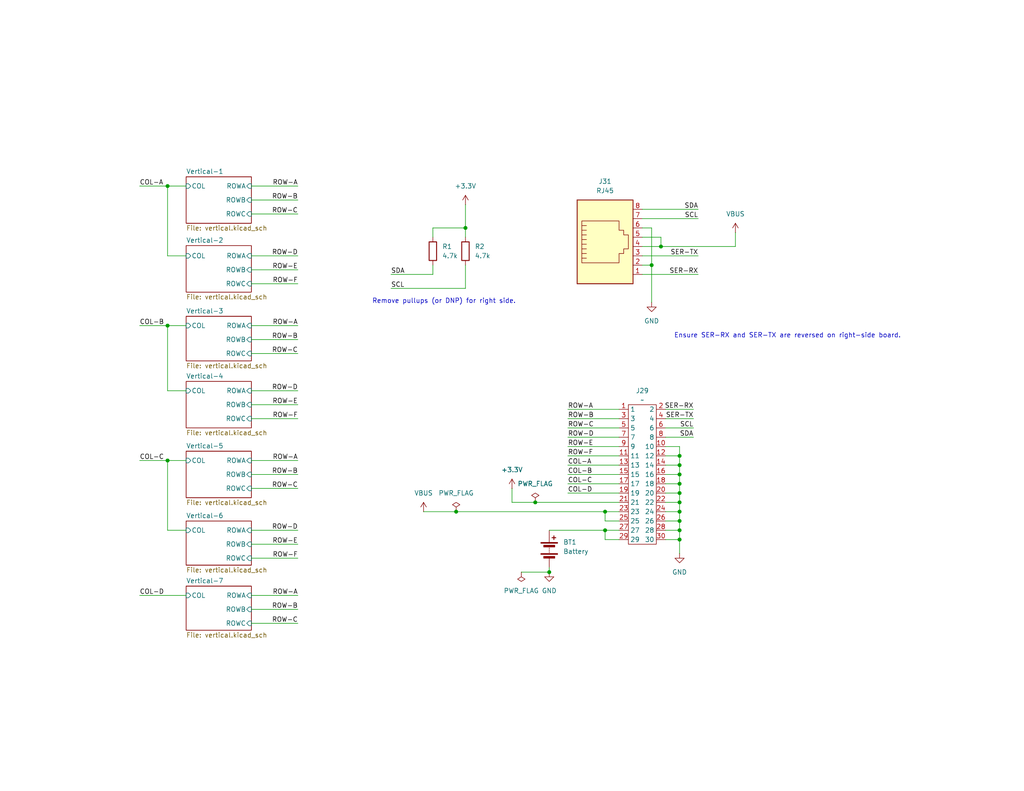
<source format=kicad_sch>
(kicad_sch (version 20231120) (generator "eeschema") (generator_version "8.0")
  (paper "A")
  (title_block (title "Jolt 3 - Left"))
  (lib_symbols
    (symbol "Connector:RJ45" (pin_names (offset 1.016))
      (property "Reference" "J" (at -5.08 13.97 0))
      (property "Value" "RJ45" (at 2.54 13.97 0))
      (symbol "RJ45_0_1"
        (polyline (pts (xy -5.08 4.445) (xy -6.35 4.445)))
        (polyline (pts (xy -5.08 5.715) (xy -6.35 5.715)))
        (polyline (pts (xy -6.35 -3.175) (xy -5.08 -3.175) (xy -5.08 -3.175)))
        (polyline (pts (xy -6.35 -1.905) (xy -5.08 -1.905) (xy -5.08 -1.905)))
        (polyline (pts (xy -6.35 -0.635) (xy -5.08 -0.635) (xy -5.08 -0.635)))
        (polyline (pts (xy -6.35 0.635) (xy -5.08 0.635) (xy -5.08 0.635)))
        (polyline (pts (xy -6.35 1.905) (xy -5.08 1.905) (xy -5.08 1.905)))
        (polyline (pts (xy -5.08 3.175) (xy -6.35 3.175) (xy -6.35 3.175)))
        (polyline (pts (xy -6.35 -4.445) (xy -6.35 6.985) (xy 3.81 6.985) (xy 3.81 4.445) (xy 5.08 4.445) (xy 5.08 3.175) (xy 6.35 3.175) (xy 6.35 -0.635) (xy 5.08 -0.635) (xy 5.08 -1.905) (xy 3.81 -1.905) (xy 3.81 -4.445) (xy -6.35 -4.445) (xy -6.35 -4.445)))
        (rectangle (start 7.62 12.7) (end -7.62 -10.16) (stroke (width 0.254)) (fill (type background)))
      )
      (symbol "RJ45_1_1"
        (pin passive line (at 10.16 -7.62 180) (length 2.54) (name "~") (number "1"))
        (pin passive line (at 10.16 -5.08 180) (length 2.54) (name "~") (number "2"))
        (pin passive line (at 10.16 -2.54 180) (length 2.54) (name "~") (number "3"))
        (pin passive line (at 10.16 0 180) (length 2.54) (name "~") (number "4"))
        (pin passive line (at 10.16 2.54 180) (length 2.54) (name "~") (number "5"))
        (pin passive line (at 10.16 5.08 180) (length 2.54) (name "~") (number "6"))
        (pin passive line (at 10.16 7.62 180) (length 2.54) (name "~") (number "7"))
        (pin passive line (at 10.16 10.16 180) (length 2.54) (name "~") (number "8"))
      )
    )
    (symbol "David Brown Keyboard Parts:Hirose_df40c-30ds"
      (property "Reference" "J" (at 0 19.05 0))
      (symbol "Hirose_df40c-30ds_0_1"
        (rectangle (start -3.81 17.78) (end 3.81 -20.32))
      )
      (symbol "Hirose_df40c-30ds_1_0"
        (pin passive line (at 6.35 6.35 180) (length 2.54) (name "10") (number "10"))
        (pin passive line (at -6.35 3.81 0) (length 2.54) (name "11") (number "11"))
        (pin passive line (at 6.35 3.81 180) (length 2.54) (name "12") (number "12"))
        (pin passive line (at -6.35 1.27 0) (length 2.54) (name "13") (number "13"))
        (pin passive line (at 6.35 1.27 180) (length 2.54) (name "14") (number "14"))
        (pin passive line (at -6.35 -1.27 0) (length 2.54) (name "15") (number "15"))
        (pin passive line (at 6.35 -1.27 180) (length 2.54) (name "16") (number "16"))
        (pin passive line (at -6.35 -3.81 0) (length 2.54) (name "17") (number "17"))
        (pin passive line (at 6.35 -3.81 180) (length 2.54) (name "18") (number "18"))
        (pin passive line (at -6.35 -6.35 0) (length 2.54) (name "19") (number "19"))
        (pin passive line (at 6.35 -6.35 180) (length 2.54) (name "20") (number "20"))
        (pin passive line (at -6.35 -8.89 0) (length 2.54) (name "21") (number "21"))
        (pin passive line (at 6.35 -8.89 180) (length 2.54) (name "22") (number "22"))
        (pin passive line (at -6.35 -11.43 0) (length 2.54) (name "23") (number "23"))
        (pin passive line (at 6.35 -11.43 180) (length 2.54) (name "24") (number "24"))
        (pin passive line (at -6.35 -13.97 0) (length 2.54) (name "25") (number "25"))
        (pin passive line (at 6.35 -13.97 180) (length 2.54) (name "26") (number "26"))
        (pin passive line (at -6.35 -16.51 0) (length 2.54) (name "27") (number "27"))
        (pin passive line (at 6.35 -16.51 180) (length 2.54) (name "28") (number "28"))
        (pin passive line (at -6.35 -19.05 0) (length 2.54) (name "29") (number "29"))
        (pin passive line (at -6.35 13.97 0) (length 2.54) (name "3") (number "3"))
        (pin passive line (at 6.35 -19.05 180) (length 2.54) (name "30") (number "30"))
        (pin passive line (at 6.35 13.97 180) (length 2.54) (name "4") (number "4"))
        (pin passive line (at -6.35 11.43 0) (length 2.54) (name "5") (number "5"))
        (pin passive line (at 6.35 11.43 180) (length 2.54) (name "6") (number "6"))
        (pin passive line (at -6.35 8.89 0) (length 2.54) (name "7") (number "7"))
        (pin passive line (at 6.35 8.89 180) (length 2.54) (name "8") (number "8"))
        (pin passive line (at -6.35 6.35 0) (length 2.54) (name "9") (number "9"))
      )
      (symbol "Hirose_df40c-30ds_1_1"
        (pin passive line (at -6.35 16.51 0) (length 2.54) (name "1") (number "1"))
        (pin passive line (at 6.35 16.51 180) (length 2.54) (name "2") (number "2"))
      )
    )
    (symbol "Device:Battery" (pin_numbers hide) (pin_names (offset 0) hide)
      (property "Reference" "BT" (at 2.54 2.54 0))
      (property "Value" "Battery" (at 2.54 0 0))
      (symbol "Battery_0_1"
        (rectangle (start -2.286 -1.27) (end 2.286 -1.524) (fill (type outline)))
        (rectangle (start -2.286 1.778) (end 2.286 1.524) (fill (type outline)))
        (rectangle (start -1.524 -2.032) (end 1.524 -2.54) (fill (type outline)))
        (rectangle (start -1.524 1.016) (end 1.524 0.508) (fill (type outline)))
        (polyline (pts (xy 0 -1.016) (xy 0 -0.762)))
        (polyline (pts (xy 0 -0.508) (xy 0 -0.254)))
        (polyline (pts (xy 0 0) (xy 0 0.254)))
        (polyline (pts (xy 0 1.778) (xy 0 2.54)))
        (polyline (pts (xy 0.762 3.048) (xy 1.778 3.048)) (stroke (width 0.254)))
        (polyline (pts (xy 1.27 3.556) (xy 1.27 2.54)) (stroke (width 0.254)))
      )
      (symbol "Battery_1_1"
        (pin passive line (at 0 5.08 270) (length 2.54) (name "+") (number "1"))
        (pin passive line (at 0 -5.08 90) (length 2.54) (name "-") (number "2"))
      )
    )
    (symbol "Device:R" (pin_numbers hide) (pin_names (offset 0))
      (property "Reference" "R" (at 2.032 0 90))
      (property "Value" "R" (at 0 0 90))
      (symbol "R_0_1"
        (rectangle (start -1.016 -2.54) (end 1.016 2.54) (stroke (width 0.254)))
      )
      (symbol "R_1_1"
        (pin passive line (at 0 3.81 270) (length 1.27) (name "~") (number "1"))
        (pin passive line (at 0 -3.81 90) (length 1.27) (name "~") (number "2"))
      )
    )
    (symbol "power:+3.3V" (power) (pin_numbers hide) (pin_names (offset 0) hide)
      (property "Value" "+3.3V" (at 0 3.556 0))
      (symbol "+3.3V_0_1"
        (polyline (pts (xy -0.762 1.27) (xy 0 2.54)))
        (polyline (pts (xy 0 0) (xy 0 2.54)))
        (polyline (pts (xy 0 2.54) (xy 0.762 1.27)))
      )
      (symbol "+3.3V_1_1"
        (pin power_in line (at 0 0 90) (length 0) (name "~") (number "1"))
      )
    )
    (symbol "power:GND" (power) (pin_numbers hide) (pin_names (offset 0) hide)
      (property "Value" "GND" (at 0 -3.81 0))
      (symbol "GND_0_1"
        (polyline (pts (xy 0 0) (xy 0 -1.27) (xy 1.27 -1.27) (xy 0 -2.54) (xy -1.27 -1.27) (xy 0 -1.27)))
      )
      (symbol "GND_1_1"
        (pin power_in line (at 0 0 270) (length 0) (name "~") (number "1"))
      )
    )
    (symbol "power:PWR_FLAG" (power) (pin_numbers hide) (pin_names (offset 0) hide)
      (property "Value" "PWR_FLAG" (at 0 3.81 0))
      (symbol "PWR_FLAG_0_0"
        (pin power_out line (at 0 0 90) (length 0) (name "~") (number "1"))
      )
      (symbol "PWR_FLAG_0_1"
        (polyline (pts (xy 0 0) (xy 0 1.27) (xy -1.016 1.905) (xy 0 2.54) (xy 1.016 1.905) (xy 0 1.27)))
      )
    )
    (symbol "power:VBUS" (power) (pin_numbers hide) (pin_names (offset 0) hide)
      (property "Value" "VBUS" (at 0 3.556 0))
      (symbol "VBUS_0_1"
        (polyline (pts (xy -0.762 1.27) (xy 0 2.54)))
        (polyline (pts (xy 0 0) (xy 0 2.54)))
        (polyline (pts (xy 0 2.54) (xy 0.762 1.27)))
      )
      (symbol "VBUS_1_1"
        (pin power_in line (at 0 0 90) (length 0) (name "~") (number "1"))
      )
    )
  )
  (junction (at 185.42 137.16))
  (junction (at 146.05 137.16))
  (junction (at 124.46 139.7))
  (junction (at 185.42 124.46))
  (junction (at 177.8 72.39))
  (junction (at 149.86 156.21))
  (junction (at 45.72 125.73))
  (junction (at 185.42 127))
  (junction (at 185.42 139.7))
  (junction (at 165.1 144.78))
  (junction (at 185.42 147.32))
  (junction (at 185.42 129.54))
  (junction (at 185.42 132.08))
  (junction (at 45.72 50.8))
  (junction (at 185.42 142.24))
  (junction (at 185.42 134.62))
  (junction (at 180.34 67.31))
  (junction (at 45.72 88.9))
  (junction (at 127 62.23))
  (junction (at 185.42 144.78))
  (junction (at 165.1 139.7))
  (wire (pts (xy 154.94 134.62) (xy 168.91 134.62)))
  (wire (pts (xy 45.72 125.73) (xy 50.8 125.73)))
  (wire (pts (xy 50.8 162.56) (xy 38.1 162.56)))
  (wire (pts (xy 185.42 124.46) (xy 185.42 127)))
  (wire (pts (xy 175.26 72.39) (xy 177.8 72.39)))
  (wire (pts (xy 185.42 137.16) (xy 185.42 134.62)))
  (wire (pts (xy 68.58 152.4) (xy 81.28 152.4)))
  (wire (pts (xy 50.8 106.68) (xy 45.72 106.68)))
  (wire (pts (xy 165.1 147.32) (xy 165.1 144.78)))
  (wire (pts (xy 68.58 144.78) (xy 81.28 144.78)))
  (wire (pts (xy 68.58 125.73) (xy 81.28 125.73)))
  (wire (pts (xy 180.34 67.31) (xy 200.66 67.31)))
  (wire (pts (xy 68.58 129.54) (xy 81.28 129.54)))
  (wire (pts (xy 185.42 139.7) (xy 185.42 137.16)))
  (wire (pts (xy 168.91 142.24) (xy 165.1 142.24)))
  (wire (pts (xy 168.91 114.3) (xy 154.94 114.3)))
  (wire (pts (xy 154.94 127) (xy 168.91 127)))
  (wire (pts (xy 106.68 78.74) (xy 127 78.74)))
  (wire (pts (xy 185.42 134.62) (xy 185.42 132.08)))
  (wire (pts (xy 50.8 69.85) (xy 45.72 69.85)))
  (wire (pts (xy 139.7 137.16) (xy 146.05 137.16)))
  (wire (pts (xy 124.46 139.7) (xy 165.1 139.7)))
  (wire (pts (xy 175.26 62.23) (xy 177.8 62.23)))
  (wire (pts (xy 68.58 77.47) (xy 81.28 77.47)))
  (wire (pts (xy 181.61 139.7) (xy 185.42 139.7)))
  (wire (pts (xy 185.42 147.32) (xy 185.42 144.78)))
  (wire (pts (xy 185.42 144.78) (xy 185.42 142.24)))
  (wire (pts (xy 181.61 147.32) (xy 185.42 147.32)))
  (wire (pts (xy 68.58 114.3) (xy 81.28 114.3)))
  (wire (pts (xy 175.26 74.93) (xy 190.5 74.93)))
  (wire (pts (xy 181.61 119.38) (xy 189.23 119.38)))
  (wire (pts (xy 181.61 137.16) (xy 185.42 137.16)))
  (wire (pts (xy 68.58 166.37) (xy 81.28 166.37)))
  (wire (pts (xy 68.58 58.42) (xy 81.28 58.42)))
  (wire (pts (xy 50.8 144.78) (xy 45.72 144.78)))
  (wire (pts (xy 118.11 62.23) (xy 127 62.23)))
  (wire (pts (xy 165.1 142.24) (xy 165.1 139.7)))
  (wire (pts (xy 115.57 139.7) (xy 124.46 139.7)))
  (wire (pts (xy 118.11 64.77) (xy 118.11 62.23)))
  (wire (pts (xy 68.58 88.9) (xy 81.28 88.9)))
  (wire (pts (xy 68.58 50.8) (xy 81.28 50.8)))
  (wire (pts (xy 168.91 111.76) (xy 154.94 111.76)))
  (wire (pts (xy 175.26 67.31) (xy 180.34 67.31)))
  (wire (pts (xy 181.61 114.3) (xy 189.23 114.3)))
  (wire (pts (xy 45.72 144.78) (xy 45.72 125.73)))
  (wire (pts (xy 180.34 64.77) (xy 180.34 67.31)))
  (wire (pts (xy 68.58 106.68) (xy 81.28 106.68)))
  (wire (pts (xy 127 72.39) (xy 127 78.74)))
  (wire (pts (xy 68.58 162.56) (xy 81.28 162.56)))
  (wire (pts (xy 175.26 69.85) (xy 190.5 69.85)))
  (wire (pts (xy 45.72 88.9) (xy 50.8 88.9)))
  (wire (pts (xy 168.91 137.16) (xy 146.05 137.16)))
  (wire (pts (xy 139.7 133.35) (xy 139.7 137.16)))
  (wire (pts (xy 185.42 151.13) (xy 185.42 147.32)))
  (wire (pts (xy 185.42 132.08) (xy 181.61 132.08)))
  (wire (pts (xy 177.8 72.39) (xy 177.8 82.55)))
  (wire (pts (xy 185.42 127) (xy 185.42 129.54)))
  (wire (pts (xy 68.58 73.66) (xy 81.28 73.66)))
  (wire (pts (xy 38.1 88.9) (xy 45.72 88.9)))
  (wire (pts (xy 165.1 144.78) (xy 168.91 144.78)))
  (wire (pts (xy 45.72 50.8) (xy 45.72 69.85)))
  (wire (pts (xy 127 55.88) (xy 127 62.23)))
  (wire (pts (xy 149.86 144.78) (xy 165.1 144.78)))
  (wire (pts (xy 181.61 121.92) (xy 185.42 121.92)))
  (wire (pts (xy 38.1 50.8) (xy 45.72 50.8)))
  (wire (pts (xy 175.26 57.15) (xy 190.5 57.15)))
  (wire (pts (xy 177.8 62.23) (xy 177.8 72.39)))
  (wire (pts (xy 127 62.23) (xy 127 64.77)))
  (wire (pts (xy 185.42 129.54) (xy 185.42 132.08)))
  (wire (pts (xy 154.94 129.54) (xy 168.91 129.54)))
  (wire (pts (xy 168.91 147.32) (xy 165.1 147.32)))
  (wire (pts (xy 38.1 125.73) (xy 45.72 125.73)))
  (wire (pts (xy 45.72 50.8) (xy 50.8 50.8)))
  (wire (pts (xy 106.68 74.93) (xy 118.11 74.93)))
  (wire (pts (xy 181.61 129.54) (xy 185.42 129.54)))
  (wire (pts (xy 181.61 144.78) (xy 185.42 144.78)))
  (wire (pts (xy 68.58 96.52) (xy 81.28 96.52)))
  (wire (pts (xy 68.58 54.61) (xy 81.28 54.61)))
  (wire (pts (xy 68.58 92.71) (xy 81.28 92.71)))
  (wire (pts (xy 68.58 69.85) (xy 81.28 69.85)))
  (wire (pts (xy 68.58 170.18) (xy 81.28 170.18)))
  (wire (pts (xy 175.26 59.69) (xy 190.5 59.69)))
  (wire (pts (xy 185.42 142.24) (xy 185.42 139.7)))
  (wire (pts (xy 149.86 156.21) (xy 149.86 154.94)))
  (wire (pts (xy 168.91 116.84) (xy 154.94 116.84)))
  (wire (pts (xy 181.61 142.24) (xy 185.42 142.24)))
  (wire (pts (xy 68.58 133.35) (xy 81.28 133.35)))
  (wire (pts (xy 168.91 121.92) (xy 154.94 121.92)))
  (wire (pts (xy 185.42 121.92) (xy 185.42 124.46)))
  (wire (pts (xy 165.1 139.7) (xy 168.91 139.7)))
  (wire (pts (xy 181.61 116.84) (xy 189.23 116.84)))
  (wire (pts (xy 181.61 134.62) (xy 185.42 134.62)))
  (wire (pts (xy 118.11 72.39) (xy 118.11 74.93)))
  (wire (pts (xy 68.58 148.59) (xy 81.28 148.59)))
  (wire (pts (xy 181.61 111.76) (xy 189.23 111.76)))
  (wire (pts (xy 175.26 64.77) (xy 180.34 64.77)))
  (wire (pts (xy 154.94 132.08) (xy 168.91 132.08)))
  (wire (pts (xy 68.58 110.49) (xy 81.28 110.49)))
  (wire (pts (xy 168.91 124.46) (xy 154.94 124.46)))
  (wire (pts (xy 181.61 124.46) (xy 185.42 124.46)))
  (wire (pts (xy 200.66 63.5) (xy 200.66 67.31)))
  (wire (pts (xy 142.24 156.21) (xy 149.86 156.21)))
  (wire (pts (xy 181.61 127) (xy 185.42 127)))
  (wire (pts (xy 168.91 119.38) (xy 154.94 119.38)))
  (wire (pts (xy 45.72 106.68) (xy 45.72 88.9)))
  (text "Ensure SER-RX and SER-TX are reversed on right-side board." (at 214.884 91.694 0) (effects (font (size 1.27 1.27))))
  (text "Remove pullups (or DNP) for right side." (at 121.158 82.296 0) (effects (font (size 1.27 1.27))))
  (label "SDA" (at 190.5 57.15 180))
  (label "ROW-F" (at 81.28 114.3 180))
  (label "COL-C" (at 38.1 125.73 0))
  (label "ROW-B" (at 81.28 54.61 180))
  (label "SER-TX" (at 190.5 69.85 180))
  (label "COL-D" (at 38.1 162.56 0))
  (label "ROW-E" (at 81.28 73.66 180))
  (label "COL-D" (at 154.94 134.62 0))
  (label "ROW-F" (at 81.28 152.4 180))
  (label "ROW-D" (at 81.28 144.78 180))
  (label "ROW-B" (at 81.28 129.54 180))
  (label "SDA" (at 106.68 74.93 0))
  (label "ROW-A" (at 154.94 111.76 0))
  (label "COL-A" (at 154.94 127 0))
  (label "COL-B" (at 38.1 88.9 0))
  (label "ROW-C" (at 81.28 133.35 180))
  (label "ROW-A" (at 81.28 125.73 180))
  (label "ROW-C" (at 81.28 170.18 180))
  (label "ROW-D" (at 154.94 119.38 0))
  (label "SCL" (at 189.23 116.84 180))
  (label "ROW-B" (at 154.94 114.3 0))
  (label "SER-RX" (at 189.23 111.76 180))
  (label "SDA" (at 189.23 119.38 180))
  (label "ROW-A" (at 81.28 162.56 180))
  (label "ROW-E" (at 81.28 148.59 180))
  (label "SER-RX" (at 190.5 74.93 180))
  (label "ROW-B" (at 81.28 92.71 180))
  (label "ROW-A" (at 81.28 50.8 180))
  (label "COL-A" (at 38.1 50.8 0))
  (label "ROW-F" (at 154.94 124.46 0))
  (label "COL-C" (at 154.94 132.08 0))
  (label "ROW-C" (at 81.28 96.52 180))
  (label "ROW-D" (at 81.28 69.85 180))
  (label "ROW-A" (at 81.28 88.9 180))
  (label "SER-TX" (at 189.23 114.3 180))
  (label "COL-B" (at 154.94 129.54 0))
  (label "SCL" (at 106.68 78.74 0))
  (label "ROW-C" (at 154.94 116.84 0))
  (label "ROW-E" (at 154.94 121.92 0))
  (label "ROW-C" (at 81.28 58.42 180))
  (label "ROW-F" (at 81.28 77.47 180))
  (label "ROW-B" (at 81.28 166.37 180))
  (label "ROW-D" (at 81.28 106.68 180))
  (label "SCL" (at 190.5 59.69 180))
  (label "ROW-E" (at 81.28 110.49 180))
  (symbol (lib_id "Device:Battery") (at 149.86 149.86 0) (unit 1)
    (property "Reference" "BT1" (at 153.67 148.0184 0) (effects (justify left)))
    (property "Value" "Battery" (at 153.67 150.5584 0) (effects (justify left)))
    (property "Footprint" "davidb-keyboard-foot:BAT-2xAA-SHELL-CASE-BOX" (effects (hide yes)))
    (property "Description" "Multiple-cell battery" (effects (hide yes)))
  )
  (symbol (lib_id "power:PWR_FLAG") (at 142.24 156.21 180) (unit 1)
    (property "Reference" "#FLG02" (effects (hide yes)))
    (property "Value" "PWR_FLAG" (at 142.24 161.29 0))
    (property "Description" "Special symbol for telling ERC where power comes from" (effects (hide yes)))
  )
  (symbol (lib_id "power:GND") (at 149.86 156.21 0) (unit 1)
    (property "Reference" "#PWR01" (effects (hide yes)))
    (property "Value" "GND" (at 149.86 161.29 0))
    (property "Description" "Power symbol creates a global label with name \"GND\" , ground" (effects (hide yes)))
  )
  (symbol (lib_id "power:PWR_FLAG") (at 146.05 137.16 0) (unit 1)
    (property "Reference" "#FLG03" (effects (hide yes)))
    (property "Value" "PWR_FLAG" (at 146.05 132.08 0))
    (property "Description" "Special symbol for telling ERC where power comes from" (effects (hide yes)))
  )
  (symbol (lib_id "power:VBUS") (at 115.57 139.7 0) (unit 1)
    (property "Reference" "#PWR05" (effects (hide yes)))
    (property "Value" "VBUS" (at 115.57 134.62 0))
    (property "Description" "Power symbol creates a global label with name \"VBUS\"" (effects (hide yes)))
  )
  (symbol (lib_id "power:+3.3V") (at 139.7 133.35 0) (unit 1)
    (property "Reference" "#PWR06" (effects (hide yes)))
    (property "Value" "+3.3V" (at 139.7 128.27 0))
    (property "Description" "Power symbol creates a global label with name \"+3.3V\"" (effects (hide yes)))
  )
  (symbol (lib_id "power:+3.3V") (at 127 55.88 0) (unit 1)
    (property "Reference" "#PWR07" (effects (hide yes)))
    (property "Value" "+3.3V" (at 127 50.8 0))
    (property "Description" "Power symbol creates a global label with name \"+3.3V\"" (effects (hide yes)))
  )
  (symbol (lib_id "Device:R") (at 127 68.58 0) (unit 1)
    (property "Reference" "R2" (at 129.54 67.3099 0) (effects (justify left)))
    (property "Value" "4.7k" (at 129.54 69.8499 0) (effects (justify left)))
    (property "Footprint" "Resistor_SMD:R_0603_1608Metric_Pad0.98x0.95mm_HandSolder" (effects (hide yes)))
    (property "Description" "Resistor" (effects (hide yes)))
  )
  (symbol (lib_id "power:GND") (at 177.8 82.55 0) (unit 1)
    (property "Reference" "#PWR03" (effects (hide yes)))
    (property "Value" "GND" (at 177.8 87.63 0))
    (property "Description" "Power symbol creates a global label with name \"GND\" , ground" (effects (hide yes)))
  )
  (symbol (lib_id "Device:R") (at 118.11 68.58 0) (unit 1)
    (property "Reference" "R1" (at 120.65 67.3099 0) (effects (justify left)))
    (property "Value" "4.7k" (at 120.65 69.8499 0) (effects (justify left)))
    (property "Footprint" "Resistor_SMD:R_0603_1608Metric_Pad0.98x0.95mm_HandSolder" (effects (hide yes)))
    (property "Description" "Resistor" (effects (hide yes)))
  )
  (symbol (lib_id "power:GND") (at 185.42 151.13 0) (unit 1)
    (property "Reference" "#PWR02" (effects (hide yes)))
    (property "Value" "GND" (at 185.42 156.21 0))
    (property "Description" "Power symbol creates a global label with name \"GND\" , ground" (effects (hide yes)))
  )
  (symbol (lib_id "Connector:RJ45") (at 165.1 67.31 0) (unit 1)
    (property "Reference" "J31" (at 165.1 49.53 0))
    (property "Value" "RJ45" (at 165.1 52.07 0))
    (property "Footprint" "Connector_RJ:RJ45_Amphenol_54602-x08_Horizontal" (effects (hide yes)))
    (property "Description" "RJ connector, 8P8C (8 positions 8 connected)" (effects (hide yes)))
  )
  (symbol (lib_id "David Brown Keyboard Parts:Hirose_df40c-30ds") (at 175.26 128.27 0) (unit 1)
    (property "Reference" "J29" (at 175.26 106.68 0))
    (property "Value" "~" (at 175.26 109.22 0))
    (property "Footprint" "davidb-keyboard-foot:df40c-2_0-30P-0_4v" (effects (hide yes)))
  )
  (symbol (lib_id "power:PWR_FLAG") (at 124.46 139.7 0) (unit 1)
    (property "Reference" "#FLG01" (effects (hide yes)))
    (property "Value" "PWR_FLAG" (at 124.46 134.62 0))
    (property "Description" "Special symbol for telling ERC where power comes from" (effects (hide yes)))
  )
  (symbol (lib_id "power:VBUS") (at 200.66 63.5 0) (unit 1)
    (property "Reference" "#PWR04" (effects (hide yes)))
    (property "Value" "VBUS" (at 200.66 58.42 0))
    (property "Description" "Power symbol creates a global label with name \"VBUS\"" (effects (hide yes)))
  )
  (sheet (at 50.8 104.14) (size 17.78 12.7) (stroke (width 0.1524))
    (property "Sheetname" "Vertical-4" (at 50.8 103.4284 0) (effects (justify left bottom)))
    (property "Sheetfile" "vertical.kicad_sch" (at 50.8 117.4246 0) (effects (justify left top)))
    (pin "COL" input (at 50.8 106.68 180))
    (pin "ROWC" input (at 68.58 114.3 0))
    (pin "ROWA" input (at 68.58 106.68 0))
    (pin "ROWB" input (at 68.58 110.49 0))
  )
  (sheet (at 50.8 48.26) (size 17.78 12.7) (stroke (width 0.1524))
    (property "Sheetname" "Vertical-1" (at 50.8 47.5484 0) (effects (justify left bottom)))
    (property "Sheetfile" "vertical.kicad_sch" (at 50.8 61.5446 0) (effects (justify left top)))
    (pin "COL" input (at 50.8 50.8 180))
    (pin "ROWC" input (at 68.58 58.42 0))
    (pin "ROWA" input (at 68.58 50.8 0))
    (pin "ROWB" input (at 68.58 54.61 0))
  )
  (sheet (at 50.8 67.056) (size 17.78 12.7) (stroke (width 0.1524))
    (property "Sheetname" "Vertical-2" (at 50.8 66.3444 0) (effects (justify left bottom)))
    (property "Sheetfile" "vertical.kicad_sch" (at 50.8 80.3406 0) (effects (justify left top)))
    (pin "COL" input (at 50.8 69.85 180))
    (pin "ROWC" input (at 68.58 77.47 0))
    (pin "ROWA" input (at 68.58 69.85 0))
    (pin "ROWB" input (at 68.58 73.66 0))
  )
  (sheet (at 50.8 86.36) (size 17.78 12.192) (stroke (width 0.1524))
    (property "Sheetname" "Vertical-3" (at 50.8 85.6484 0) (effects (justify left bottom)))
    (property "Sheetfile" "vertical.kicad_sch" (at 50.8 99.1366 0) (effects (justify left top)))
    (pin "COL" input (at 50.8 88.9 180))
    (pin "ROWC" input (at 68.58 96.52 0))
    (pin "ROWA" input (at 68.58 88.9 0))
    (pin "ROWB" input (at 68.58 92.71 0))
  )
  (sheet (at 50.8 142.24) (size 17.78 12.065) (stroke (width 0.1524))
    (property "Sheetname" "Vertical-6" (at 50.8 141.5284 0) (effects (justify left bottom)))
    (property "Sheetfile" "vertical.kicad_sch" (at 50.8 154.8896 0) (effects (justify left top)))
    (pin "COL" input (at 50.8 144.78 180))
    (pin "ROWC" input (at 68.58 152.4 0))
    (pin "ROWA" input (at 68.58 144.78 0))
    (pin "ROWB" input (at 68.58 148.59 0))
  )
  (sheet (at 50.8 123.19) (size 17.78 12.7) (stroke (width 0.1524))
    (property "Sheetname" "Vertical-5" (at 50.8 122.4784 0) (effects (justify left bottom)))
    (property "Sheetfile" "vertical.kicad_sch" (at 50.8 136.4746 0) (effects (justify left top)))
    (pin "COL" input (at 50.8 125.73 180))
    (pin "ROWC" input (at 68.58 133.35 0))
    (pin "ROWA" input (at 68.58 125.73 0))
    (pin "ROWB" input (at 68.58 129.54 0))
  )
  (sheet (at 50.8 160.02) (size 17.78 12.065) (stroke (width 0.1524))
    (property "Sheetname" "Vertical-7" (at 50.8 159.3084 0) (effects (justify left bottom)))
    (property "Sheetfile" "vertical.kicad_sch" (at 50.8 172.6696 0) (effects (justify left top)))
    (pin "COL" input (at 50.8 162.56 180))
    (pin "ROWC" input (at 68.58 170.18 0))
    (pin "ROWA" input (at 68.58 162.56 0))
    (pin "ROWB" input (at 68.58 166.37 0))
  )
)
</source>
